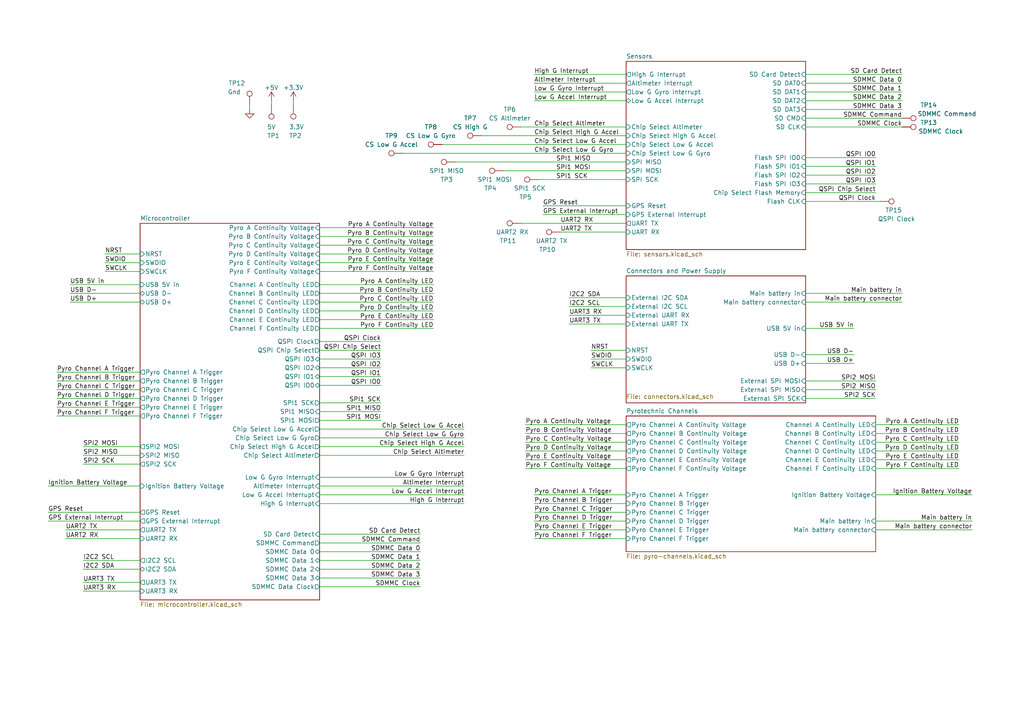
<source format=kicad_sch>
(kicad_sch (version 20230121) (generator eeschema)
  (paper "A4")
  (title_block (title "Main Schematic Sheet") (date "2023-09-24") (rev "2"))
  (lib_symbols
    (symbol "Connector:TestPoint" (pin_numbers hide) (pin_names (offset 0.762) hide)
      (property "Reference" "TP" (at 0 6.858 0))
      (property "Value" "TestPoint" (at 0 5.08 0))
      (symbol "TestPoint_0_1"
        (circle (center 0 3.302) (radius 0.762))
      )
      (symbol "TestPoint_1_1"
        (pin passive line (at 0 0 90) (length 2.54) (name "1") (number "1"))
      )
    )
    (symbol "power:+3.3V" (power) (pin_names (offset 0))
      (property "Value" "+3.3V" (at 0 3.556 0))
      (symbol "+3.3V_0_1"
        (polyline (pts (xy -0.762 1.27) (xy 0 2.54)))
        (polyline (pts (xy 0 0) (xy 0 2.54)))
        (polyline (pts (xy 0 2.54) (xy 0.762 1.27)))
      )
      (symbol "+3.3V_1_1"
        (pin power_in line (at 0 0 90) (length 0) hide (name "+3.3V") (number "1"))
      )
    )
    (symbol "power:+5V" (power) (pin_names (offset 0))
      (property "Value" "+5V" (at 0 3.556 0))
      (symbol "+5V_0_1"
        (polyline (pts (xy -0.762 1.27) (xy 0 2.54)))
        (polyline (pts (xy 0 0) (xy 0 2.54)))
        (polyline (pts (xy 0 2.54) (xy 0.762 1.27)))
      )
      (symbol "+5V_1_1"
        (pin power_in line (at 0 0 90) (length 0) hide (name "+5V") (number "1"))
      )
    )
    (symbol "power:GND" (power) (pin_names (offset 0))
      (property "Value" "GND" (at 0 -3.81 0))
      (symbol "GND_0_1"
        (polyline (pts (xy 0 0) (xy 0 -1.27) (xy 1.27 -1.27) (xy 0 -2.54) (xy -1.27 -1.27) (xy 0 -1.27)))
      )
      (symbol "GND_1_1"
        (pin power_in line (at 0 0 270) (length 0) hide (name "GND") (number "1"))
      )
    )
  )
  (wire (pts (xy 92.71 170.18) (xy 121.92 170.18)))
  (wire (pts (xy 92.71 132.08) (xy 134.62 132.08)))
  (wire (pts (xy 181.61 26.67) (xy 154.94 26.67)))
  (wire (pts (xy 116.84 44.45) (xy 181.61 44.45)))
  (wire (pts (xy 254 123.19) (xy 278.13 123.19)))
  (wire (pts (xy 92.71 162.56) (xy 121.92 162.56)))
  (wire (pts (xy 24.13 171.45) (xy 40.64 171.45)))
  (wire (pts (xy 254 135.89) (xy 278.13 135.89)))
  (wire (pts (xy 233.68 50.8) (xy 254 50.8)))
  (wire (pts (xy 233.68 105.41) (xy 247.65 105.41)))
  (wire (pts (xy 30.48 78.74) (xy 40.64 78.74)))
  (wire (pts (xy 40.64 82.55) (xy 20.32 82.55)))
  (wire (pts (xy 72.39 30.48) (xy 72.39 31.75)))
  (wire (pts (xy 92.71 73.66) (xy 125.73 73.66)))
  (wire (pts (xy 165.1 91.44) (xy 181.61 91.44)))
  (wire (pts (xy 233.68 115.57) (xy 254 115.57)))
  (wire (pts (xy 92.71 165.1) (xy 121.92 165.1)))
  (wire (pts (xy 20.32 87.63) (xy 40.64 87.63)))
  (wire (pts (xy 92.71 167.64) (xy 121.92 167.64)))
  (wire (pts (xy 254 151.13) (xy 281.94 151.13)))
  (wire (pts (xy 165.1 86.36) (xy 181.61 86.36)))
  (wire (pts (xy 16.51 120.65) (xy 40.64 120.65)))
  (wire (pts (xy 233.68 24.13) (xy 261.62 24.13)))
  (wire (pts (xy 156.21 52.07) (xy 181.61 52.07)))
  (wire (pts (xy 40.64 132.08) (xy 24.13 132.08)))
  (wire (pts (xy 30.48 76.2) (xy 40.64 76.2)))
  (wire (pts (xy 233.68 55.88) (xy 254 55.88)))
  (wire (pts (xy 16.51 110.49) (xy 40.64 110.49)))
  (wire (pts (xy 157.48 62.23) (xy 181.61 62.23)))
  (wire (pts (xy 181.61 135.89) (xy 152.4 135.89)))
  (wire (pts (xy 157.48 59.69) (xy 181.61 59.69)))
  (wire (pts (xy 24.13 168.91) (xy 40.64 168.91)))
  (wire (pts (xy 233.68 34.29) (xy 261.62 34.29)))
  (wire (pts (xy 146.05 49.53) (xy 181.61 49.53)))
  (wire (pts (xy 92.71 111.76) (xy 110.49 111.76)))
  (wire (pts (xy 233.68 95.25) (xy 247.65 95.25)))
  (wire (pts (xy 154.94 148.59) (xy 181.61 148.59)))
  (wire (pts (xy 154.94 156.21) (xy 181.61 156.21)))
  (wire (pts (xy 92.71 87.63) (xy 125.73 87.63)))
  (wire (pts (xy 233.68 110.49) (xy 254 110.49)))
  (wire (pts (xy 16.51 113.03) (xy 40.64 113.03)))
  (wire (pts (xy 30.48 73.66) (xy 40.64 73.66)))
  (wire (pts (xy 85.09 29.21) (xy 85.09 30.48)))
  (wire (pts (xy 92.71 106.68) (xy 110.49 106.68)))
  (wire (pts (xy 154.94 151.13) (xy 181.61 151.13)))
  (wire (pts (xy 132.08 46.99) (xy 181.61 46.99)))
  (wire (pts (xy 20.32 85.09) (xy 40.64 85.09)))
  (wire (pts (xy 181.61 128.27) (xy 152.4 128.27)))
  (wire (pts (xy 92.71 109.22) (xy 110.49 109.22)))
  (wire (pts (xy 19.05 153.67) (xy 40.64 153.67)))
  (wire (pts (xy 92.71 140.97) (xy 134.62 140.97)))
  (wire (pts (xy 154.94 143.51) (xy 181.61 143.51)))
  (wire (pts (xy 151.13 36.83) (xy 181.61 36.83)))
  (wire (pts (xy 181.61 101.6) (xy 171.45 101.6)))
  (wire (pts (xy 92.71 90.17) (xy 125.73 90.17)))
  (wire (pts (xy 233.68 21.59) (xy 261.62 21.59)))
  (wire (pts (xy 92.71 160.02) (xy 121.92 160.02)))
  (wire (pts (xy 233.68 102.87) (xy 247.65 102.87)))
  (wire (pts (xy 181.61 133.35) (xy 152.4 133.35)))
  (wire (pts (xy 92.71 119.38) (xy 110.49 119.38)))
  (wire (pts (xy 13.97 151.13) (xy 40.64 151.13)))
  (wire (pts (xy 165.1 93.98) (xy 181.61 93.98)))
  (wire (pts (xy 181.61 106.68) (xy 171.45 106.68)))
  (wire (pts (xy 233.68 87.63) (xy 261.62 87.63)))
  (wire (pts (xy 165.1 88.9) (xy 181.61 88.9)))
  (wire (pts (xy 92.71 78.74) (xy 125.73 78.74)))
  (wire (pts (xy 92.71 85.09) (xy 125.73 85.09)))
  (wire (pts (xy 19.05 156.21) (xy 40.64 156.21)))
  (wire (pts (xy 181.61 130.81) (xy 152.4 130.81)))
  (wire (pts (xy 13.97 148.59) (xy 40.64 148.59)))
  (wire (pts (xy 92.71 121.92) (xy 110.49 121.92)))
  (wire (pts (xy 78.74 29.21) (xy 78.74 30.48)))
  (wire (pts (xy 233.68 113.03) (xy 254 113.03)))
  (wire (pts (xy 233.68 58.42) (xy 255.27 58.42)))
  (wire (pts (xy 92.71 76.2) (xy 125.73 76.2)))
  (wire (pts (xy 92.71 68.58) (xy 125.73 68.58)))
  (wire (pts (xy 24.13 129.54) (xy 40.64 129.54)))
  (wire (pts (xy 92.71 143.51) (xy 134.62 143.51)))
  (wire (pts (xy 151.13 64.77) (xy 181.61 64.77)))
  (wire (pts (xy 92.71 138.43) (xy 134.62 138.43)))
  (wire (pts (xy 233.68 85.09) (xy 261.62 85.09)))
  (wire (pts (xy 92.71 129.54) (xy 134.62 129.54)))
  (wire (pts (xy 92.71 95.25) (xy 125.73 95.25)))
  (wire (pts (xy 24.13 134.62) (xy 40.64 134.62)))
  (wire (pts (xy 40.64 162.56) (xy 24.13 162.56)))
  (wire (pts (xy 181.61 29.21) (xy 154.94 29.21)))
  (wire (pts (xy 233.68 36.83) (xy 261.62 36.83)))
  (wire (pts (xy 154.94 24.13) (xy 181.61 24.13)))
  (wire (pts (xy 40.64 140.97) (xy 13.97 140.97)))
  (wire (pts (xy 254 128.27) (xy 278.13 128.27)))
  (wire (pts (xy 92.71 146.05) (xy 134.62 146.05)))
  (wire (pts (xy 233.68 31.75) (xy 261.62 31.75)))
  (wire (pts (xy 254 125.73) (xy 278.13 125.73)))
  (wire (pts (xy 121.92 157.48) (xy 92.71 157.48)))
  (wire (pts (xy 162.56 67.31) (xy 181.61 67.31)))
  (wire (pts (xy 92.71 92.71) (xy 125.73 92.71)))
  (wire (pts (xy 181.61 104.14) (xy 171.45 104.14)))
  (wire (pts (xy 254 153.67) (xy 281.94 153.67)))
  (wire (pts (xy 40.64 107.95) (xy 16.51 107.95)))
  (wire (pts (xy 233.68 26.67) (xy 261.62 26.67)))
  (wire (pts (xy 110.49 101.6) (xy 92.71 101.6)))
  (wire (pts (xy 121.92 154.94) (xy 92.71 154.94)))
  (wire (pts (xy 92.71 82.55) (xy 125.73 82.55)))
  (wire (pts (xy 92.71 71.12) (xy 125.73 71.12)))
  (wire (pts (xy 16.51 115.57) (xy 40.64 115.57)))
  (wire (pts (xy 233.68 45.72) (xy 254 45.72)))
  (wire (pts (xy 16.51 118.11) (xy 40.64 118.11)))
  (wire (pts (xy 154.94 21.59) (xy 181.61 21.59)))
  (wire (pts (xy 254 143.51) (xy 281.94 143.51)))
  (wire (pts (xy 139.7 39.37) (xy 181.61 39.37)))
  (wire (pts (xy 92.71 127) (xy 134.62 127)))
  (wire (pts (xy 92.71 116.84) (xy 110.49 116.84)))
  (wire (pts (xy 254 133.35) (xy 278.13 133.35)))
  (wire (pts (xy 233.68 53.34) (xy 254 53.34)))
  (wire (pts (xy 92.71 104.14) (xy 110.49 104.14)))
  (wire (pts (xy 181.61 125.73) (xy 152.4 125.73)))
  (wire (pts (xy 233.68 48.26) (xy 254 48.26)))
  (wire (pts (xy 233.68 29.21) (xy 261.62 29.21)))
  (wire (pts (xy 110.49 99.06) (xy 92.71 99.06)))
  (wire (pts (xy 92.71 66.04) (xy 125.73 66.04)))
  (wire (pts (xy 181.61 123.19) (xy 152.4 123.19)))
  (wire (pts (xy 128.27 41.91) (xy 181.61 41.91)))
  (wire (pts (xy 254 130.81) (xy 278.13 130.81)))
  (wire (pts (xy 40.64 165.1) (xy 24.13 165.1)))
  (wire (pts (xy 154.94 146.05) (xy 181.61 146.05)))
  (wire (pts (xy 92.71 124.46) (xy 134.62 124.46)))
  (wire (pts (xy 154.94 153.67) (xy 181.61 153.67)))
  (label "SPI1 SCK" (at 161.29 52.07 0))
  (label "Pyro A Continuity Voltage" (at 152.4 123.19 0))
  (label "UART2 RX" (at 19.05 156.21 0))
  (label "Pyro F Continuity Voltage" (at 125.73 78.74 180))
  (label "Ignition Battery Voltage" (at 13.97 140.97 0))
  (label "Pyro D Continuity Voltage" (at 125.73 73.66 180))
  (label "Ignition Battery Voltage" (at 281.94 143.51 180))
  (label "Pyro C Continuity LED" (at 125.73 87.63 180))
  (label "SPI2 SCK" (at 24.13 134.62 0))
  (label "SDMMC Command" (at 121.92 157.48 180))
  (label "Low G Accel Interrupt" (at 154.94 29.21 0))
  (label "USB D+" (at 247.65 105.41 180))
  (label "SDMMC Clock" (at 121.92 170.18 180))
  (label "USB D-" (at 20.32 85.09 0))
  (label "Chip Select High G Accel" (at 154.94 39.37 0))
  (label "SPI1 MOSI" (at 161.29 49.53 0))
  (label "Low G Accel Interrupt" (at 134.62 143.51 180))
  (label "SPI1 MISO" (at 161.29 46.99 0))
  (label "UART2 TX" (at 162.56 67.31 0))
  (label "Chip Select Low G Accel" (at 134.62 124.46 180))
  (label "Pyro B Continuity LED" (at 125.73 85.09 180))
  (label "QSPI IO3" (at 110.49 104.14 180))
  (label "SWCLK" (at 171.45 106.68 0))
  (label "QSPI IO1" (at 110.49 109.22 180))
  (label "Pyro F Continuity LED" (at 125.73 95.25 180))
  (label "Altimeter Interrupt" (at 134.62 140.97 180))
  (label "Pyro A Continuity LED" (at 278.13 123.19 180))
  (label "Pyro E Continuity LED" (at 125.73 92.71 180))
  (label "GPS External Interrupt" (at 13.97 151.13 0))
  (label "High G Interrupt" (at 154.94 21.59 0))
  (label "Low G Gyro Interrupt" (at 154.94 26.67 0))
  (label "Pyro Channel B Trigger" (at 154.94 146.05 0))
  (label "Pyro Channel E Trigger" (at 16.51 118.11 0))
  (label "UART2 TX" (at 19.05 153.67 0))
  (label "Pyro Channel C Trigger" (at 16.51 113.03 0))
  (label "SDMMC Command" (at 261.62 34.29 180))
  (label "SDMMC Data 2" (at 121.92 165.1 180))
  (label "Pyro E Continuity Voltage" (at 125.73 76.2 180))
  (label "I2C2 SDA" (at 24.13 165.1 0))
  (label "Pyro Channel F Trigger" (at 154.94 156.21 0))
  (label "High G Interrupt" (at 134.62 146.05 180))
  (label "Pyro Channel B Trigger" (at 16.51 110.49 0))
  (label "Pyro F Continuity LED" (at 278.13 135.89 180))
  (label "Altimeter Interrupt" (at 154.94 24.13 0))
  (label "SD Card Detect" (at 261.62 21.59 180))
  (label "SWDIO" (at 171.45 104.14 0))
  (label "UART3 TX" (at 165.1 93.98 0))
  (label "Pyro C Continuity Voltage" (at 125.73 71.12 180))
  (label "Chip Select Altimeter" (at 154.94 36.83 0))
  (label "SPI2 MOSI" (at 254 110.49 180))
  (label "Chip Select Altimeter" (at 134.62 132.08 180))
  (label "QSPI IO2" (at 254 50.8 180))
  (label "SPI2 SCK" (at 254 115.57 180))
  (label "GPS Reset" (at 157.48 59.69 0))
  (label "NRST" (at 30.48 73.66 0))
  (label "Low G Gyro Interrupt" (at 134.62 138.43 180))
  (label "SPI2 MISO" (at 254 113.03 180))
  (label "QSPI IO0" (at 254 45.72 180))
  (label "I2C2 SDA" (at 165.1 86.36 0))
  (label "SDMMC Data 0" (at 121.92 160.02 180))
  (label "SPI1 MISO" (at 110.49 119.38 180))
  (label "Pyro E Continuity Voltage" (at 152.4 133.35 0))
  (label "SDMMC Data 1" (at 121.92 162.56 180))
  (label "Chip Select Low G Gyro" (at 134.62 127 180))
  (label "Pyro E Continuity LED" (at 278.13 133.35 180))
  (label "Pyro D Continuity LED" (at 125.73 90.17 180))
  (label "Chip Select Low G Accel" (at 154.94 41.91 0))
  (label "Pyro D Continuity Voltage" (at 152.4 130.81 0))
  (label "Main battery connector" (at 281.94 153.67 180))
  (label "SPI1 MOSI" (at 110.49 121.92 180))
  (label "Pyro B Continuity Voltage" (at 152.4 125.73 0))
  (label "Pyro Channel E Trigger" (at 154.94 153.67 0))
  (label "QSPI Clock" (at 110.49 99.06 180))
  (label "QSPI Chip Select" (at 254 55.88 180))
  (label "UART3 RX" (at 24.13 171.45 0))
  (label "QSPI Clock" (at 254 58.42 180))
  (label "UART2 RX" (at 162.56 64.77 0))
  (label "GPS External Interrupt" (at 157.48 62.23 0))
  (label "Main battery in" (at 261.62 85.09 180))
  (label "NRST" (at 171.45 101.6 0))
  (label "QSPI Chip Select" (at 110.49 101.6 180))
  (label "GPS Reset" (at 13.97 148.59 0))
  (label "SDMMC Data 3" (at 261.62 31.75 180))
  (label "USB 5V in" (at 20.32 82.55 0))
  (label "Pyro A Continuity Voltage" (at 125.73 66.04 180))
  (label "Pyro Channel C Trigger" (at 154.94 148.59 0))
  (label "Main battery in" (at 281.94 151.13 180))
  (label "Pyro C Continuity LED" (at 278.13 128.27 180))
  (label "SDMMC Clock" (at 261.62 36.83 180))
  (label "UART3 RX" (at 165.1 91.44 0))
  (label "SPI2 MOSI" (at 24.13 129.54 0))
  (label "Pyro A Continuity LED" (at 125.73 82.55 180))
  (label "Pyro Channel A Trigger" (at 16.51 107.95 0))
  (label "SDMMC Data 1" (at 261.62 26.67 180))
  (label "Pyro F Continuity Voltage" (at 152.4 135.89 0))
  (label "Pyro B Continuity LED" (at 278.13 125.73 180))
  (label "Pyro Channel A Trigger" (at 154.94 143.51 0))
  (label "Pyro Channel D Trigger" (at 16.51 115.57 0))
  (label "Chip Select High G Accel" (at 134.62 129.54 180))
  (label "USB D-" (at 247.65 102.87 180))
  (label "I2C2 SCL" (at 165.1 88.9 0))
  (label "Pyro D Continuity LED" (at 278.13 130.81 180))
  (label "SPI2 MISO" (at 24.13 132.08 0))
  (label "QSPI IO2" (at 110.49 106.68 180))
  (label "Pyro Channel D Trigger" (at 154.94 151.13 0))
  (label "QSPI IO1" (at 254 48.26 180))
  (label "SDMMC Data 0" (at 261.62 24.13 180))
  (label "SWCLK" (at 30.48 78.74 0))
  (label "UART3 TX" (at 24.13 168.91 0))
  (label "SPI1 SCK" (at 110.49 116.84 180))
  (label "SWDIO" (at 30.48 76.2 0))
  (label "Chip Select Low G Gyro" (at 154.94 44.45 0))
  (label "Pyro B Continuity Voltage" (at 125.73 68.58 180))
  (label "Main battery connector" (at 261.62 87.63 180))
  (label "SDMMC Data 3" (at 121.92 167.64 180))
  (label "Pyro Channel F Trigger" (at 16.51 120.65 0))
  (label "Pyro C Continuity Voltage" (at 152.4 128.27 0))
  (label "QSPI IO3" (at 254 53.34 180))
  (label "QSPI IO0" (at 110.49 111.76 180))
  (label "SDMMC Data 2" (at 261.62 29.21 180))
  (label "I2C2 SCL" (at 24.13 162.56 0))
  (label "SD Card Detect" (at 121.92 154.94 180))
  (label "USB D+" (at 20.32 87.63 0))
  (label "USB 5V in" (at 247.65 95.25 180))
  (symbol (lib_id "Connector:TestPoint") (at 151.13 64.77 90) (unit 1)
    (property "Reference" "TP11" (at 147.32 69.85 90))
    (property "Value" "UART2 RX" (at 148.59 67.31 90))
    (property "Footprint" "TestPoint:TestPoint_Pad_D1.5mm" (effects hide))
  )
  (symbol (lib_id "Connector:TestPoint") (at 128.27 41.91 90) (unit 1)
    (property "Reference" "TP8" (at 124.968 36.83 90))
    (property "Value" "CS Low G Gyro" (at 124.968 39.37 90))
    (property "Footprint" "TestPoint:TestPoint_Pad_D1.5mm" (effects hide))
  )
  (symbol (lib_id "Connector:TestPoint") (at 78.74 30.48 180) (unit 1)
    (property "Reference" "TP1" (at 77.47 39.37 0) (effects (justify right)))
    (property "Value" "5V" (at 77.47 36.83 0) (effects (justify right)))
    (property "Footprint" "TestPoint:TestPoint_Pad_D1.5mm" (effects hide))
  )
  (symbol (lib_id "Connector:TestPoint") (at 255.27 58.42 270) (unit 1)
    (property "Reference" "TP15" (at 261.62 60.96 90) (effects (justify right)))
    (property "Value" "QSPI Clock" (at 265.43 63.5 90) (effects (justify right)))
    (property "Footprint" "TestPoint:TestPoint_Pad_D1.5mm" (effects hide))
  )
  (symbol (lib_id "Connector:TestPoint") (at 156.21 52.07 90) (unit 1)
    (property "Reference" "TP5" (at 152.4 57.15 90))
    (property "Value" "SPI1 SCK" (at 153.67 54.61 90))
    (property "Footprint" "TestPoint:TestPoint_Pad_D1.5mm" (effects hide))
  )
  (symbol (lib_id "Connector:TestPoint") (at 261.62 36.83 270) (unit 1)
    (property "Reference" "TP13" (at 271.78 35.56 90) (effects (justify right)))
    (property "Value" "SDMMC Clock" (at 279.4 38.1 90) (effects (justify right)))
    (property "Footprint" "TestPoint:TestPoint_Pad_D1.5mm" (effects hide))
  )
  (symbol (lib_id "power:GND") (at 72.39 31.75 0) (unit 1)
    (property "Reference" "#PWR0110" (effects hide))
    (property "Value" "GND" (effects hide))
  )
  (symbol (lib_id "Connector:TestPoint") (at 132.08 46.99 90) (unit 1)
    (property "Reference" "TP3" (at 129.54 52.07 90))
    (property "Value" "SPI1 MISO" (at 129.54 49.53 90))
    (property "Footprint" "TestPoint:TestPoint_Pad_D1.5mm" (effects hide))
  )
  (symbol (lib_id "Connector:TestPoint") (at 162.56 67.31 90) (unit 1)
    (property "Reference" "TP10" (at 158.75 72.39 90))
    (property "Value" "UART2 TX" (at 160.02 69.85 90))
    (property "Footprint" "TestPoint:TestPoint_Pad_D1.5mm" (effects hide))
  )
  (symbol (lib_id "Connector:TestPoint") (at 72.39 30.48 0) (unit 1)
    (property "Reference" "TP12" (at 71.12 24.13 0) (effects (justify right)))
    (property "Value" "Gnd" (at 69.85 26.67 0) (effects (justify right)))
    (property "Footprint" "TestPoint:TestPoint_Pad_D1.5mm" (effects hide))
  )
  (symbol (lib_id "power:+3.3V") (at 85.09 29.21 0) (unit 1)
    (property "Reference" "#PWR050" (effects hide))
    (property "Value" "+3.3V" (at 85.09 25.4 0))
  )
  (symbol (lib_id "Connector:TestPoint") (at 116.84 44.45 90) (unit 1)
    (property "Reference" "TP9" (at 113.538 39.37 90))
    (property "Value" "CS Low G Accel" (at 113.538 41.91 90))
    (property "Footprint" "TestPoint:TestPoint_Pad_D1.5mm" (effects hide))
  )
  (symbol (lib_id "Connector:TestPoint") (at 85.09 30.48 180) (unit 1)
    (property "Reference" "TP2" (at 83.82 39.37 0) (effects (justify right)))
    (property "Value" "3.3V" (at 83.82 36.83 0) (effects (justify right)))
    (property "Footprint" "TestPoint:TestPoint_Pad_D1.5mm" (effects hide))
  )
  (symbol (lib_id "power:+5V") (at 78.74 29.21 0) (unit 1)
    (property "Reference" "#PWR0109" (effects hide))
    (property "Value" "+5V" (at 78.74 25.4 0))
  )
  (symbol (lib_id "Connector:TestPoint") (at 151.13 36.83 90) (unit 1)
    (property "Reference" "TP6" (at 147.828 31.75 90))
    (property "Value" "CS Altimeter" (at 147.828 34.29 90))
    (property "Footprint" "TestPoint:TestPoint_Pad_D1.5mm" (effects hide))
  )
  (symbol (lib_id "Connector:TestPoint") (at 261.62 34.29 270) (unit 1)
    (property "Reference" "TP14" (at 271.78 30.48 90) (effects (justify right)))
    (property "Value" "SDMMC Command" (at 283.21 33.02 90) (effects (justify right)))
    (property "Footprint" "TestPoint:TestPoint_Pad_D1.5mm" (effects hide))
  )
  (symbol (lib_id "Connector:TestPoint") (at 139.7 39.37 90) (unit 1)
    (property "Reference" "TP7" (at 136.398 34.29 90))
    (property "Value" "CS High G" (at 136.398 36.83 90))
    (property "Footprint" "TestPoint:TestPoint_Pad_D1.5mm" (effects hide))
  )
  (symbol (lib_id "Connector:TestPoint") (at 146.05 49.53 90) (unit 1)
    (property "Reference" "TP4" (at 142.24 54.61 90))
    (property "Value" "SPI1 MOSI" (at 143.51 52.07 90))
    (property "Footprint" "TestPoint:TestPoint_Pad_D1.5mm" (effects hide))
  )
  (sheet (at 40.64 64.77) (size 52.07 109.22) (stroke (width 0.1524))
    (property "Sheetname" "Microcontroller" (at 40.64 64.0584 0) (effects (justify left bottom)))
    (property "Sheetfile" "microcontroller.kicad_sch" (at 40.64 174.5746 0) (effects (justify left top)))
    (pin "Pyro E Continuity Voltage" input (at 92.71 76.2 0))
    (pin "Pyro A Continuity Voltage" input (at 92.71 66.04 0))
    (pin "Pyro B Continuity Voltage" input (at 92.71 68.58 0))
    (pin "Pyro C Continuity Voltage" input (at 92.71 71.12 0))
    (pin "Pyro D Continuity Voltage" input (at 92.71 73.66 0))
    (pin "Pyro F Continuity Voltage" input (at 92.71 78.74 0))
    (pin "QSPI IO3" bidirectional (at 92.71 104.14 0))
    (pin "QSPI IO2" bidirectional (at 92.71 106.68 0))
    (pin "USB D-" bidirectional (at 40.64 85.09 180))
    (pin "USB D+" bidirectional (at 40.64 87.63 180))
    (pin "SDMMC Data 3" bidirectional (at 92.71 167.64 0))
    (pin "SDMMC Data 1" bidirectional (at 92.71 162.56 0))
    (pin "SDMMC Data 2" bidirectional (at 92.71 165.1 0))
    (pin "SDMMC Data 0" bidirectional (at 92.71 160.02 0))
    (pin "SDMMC Data Clock" output (at 92.71 170.18 0))
    (pin "SPI1 MISO" input (at 92.71 119.38 0))
    (pin "SPI1 SCK" output (at 92.71 116.84 0))
    (pin "Low G Gyro Interrupt" input (at 92.71 138.43 0))
    (pin "Pyro Channel A Trigger" output (at 40.64 107.95 180))
    (pin "Chip Select Low G Gyro" output (at 92.71 127 0))
    (pin "SPI1 MOSI" output (at 92.71 121.92 0))
    (pin "QSPI IO0" bidirectional (at 92.71 111.76 0))
    (pin "QSPI IO1" bidirectional (at 92.71 109.22 0))
    (pin "I2C2 SCL" output (at 40.64 162.56 180))
    (pin "I2C2 SDA" bidirectional (at 40.64 165.1 180))
    (pin "Altimeter Interrupt" input (at 92.71 140.97 0))
    (pin "Ignition Battery Voltage" input (at 40.64 140.97 180))
    (pin "USB 5V in" input (at 40.64 82.55 180))
    (pin "SWDIO" input (at 40.64 76.2 180))
    (pin "SWCLK" input (at 40.64 78.74 180))
    (pin "Pyro Channel B Trigger" output (at 40.64 110.49 180))
    (pin "Pyro Channel F Trigger" output (at 40.64 120.65 180))
    (pin "Pyro Channel C Trigger" output (at 40.64 113.03 180))
    (pin "Pyro Channel D Trigger" output (at 40.64 115.57 180))
    (pin "QSPI Clock" output (at 92.71 99.06 0))
    (pin "QSPI Chip Select" output (at 92.71 101.6 0))
    (pin "Pyro Channel E Trigger" output (at 40.64 118.11 180))
    (pin "Low G Accel Interrupt" input (at 92.71 143.51 0))
    (pin "High G Interrupt" input (at 92.71 146.05 0))
    (pin "NRST" input (at 40.64 73.66 180))
    (pin "SD Card Detect" input (at 92.71 154.94 0))
    (pin "GPS Reset" output (at 40.64 148.59 180))
    (pin "SDMMC Command" output (at 92.71 157.48 0))
    (pin "GPS External Interrupt" output (at 40.64 151.13 180))
    (pin "Chip Select Low G Accel" output (at 92.71 124.46 0))
    (pin "UART2 RX" input (at 40.64 156.21 180))
    (pin "UART2 TX" output (at 40.64 153.67 180))
    (pin "UART3 RX" input (at 40.64 171.45 180))
    (pin "UART3 TX" output (at 40.64 168.91 180))
    (pin "Chip Select High G Accel" output (at 92.71 129.54 0))
    (pin "Chip Select Altimeter" output (at 92.71 132.08 0))
    (pin "SPI2 SCK" output (at 40.64 134.62 180))
    (pin "SPI2 MISO" input (at 40.64 132.08 180))
    (pin "SPI2 MOSI" output (at 40.64 129.54 180))
    (pin "Channel D Continuity LED" output (at 92.71 90.17 0))
    (pin "Channel C Continuity LED" output (at 92.71 87.63 0))
    (pin "Channel E Continuity LED" output (at 92.71 92.71 0))
    (pin "Channel B Continuity LED" output (at 92.71 85.09 0))
    (pin "Channel A Continuity LED" output (at 92.71 82.55 0))
    (pin "Channel F Continuity LED" output (at 92.71 95.25 0))
  )
  (sheet (at 181.61 17.78) (size 52.07 54.61) (stroke (width 0.1524))
    (property "Sheetname" "Sensors" (at 181.61 17.0684 0) (effects (justify left bottom)))
    (property "Sheetfile" "sensors.kicad_sch" (at 181.61 72.9746 0) (effects (justify left top)))
    (pin "Chip Select Low G Accel" input (at 181.61 41.91 180))
    (pin "Chip Select Low G Gyro" input (at 181.61 44.45 180))
    (pin "SPI MISO" input (at 181.61 46.99 180))
    (pin "SPI MOSI" input (at 181.61 49.53 180))
    (pin "SPI SCK" input (at 181.61 52.07 180))
    (pin "UART RX" input (at 181.61 67.31 180))
    (pin "GPS External Interrupt" input (at 181.61 62.23 180))
    (pin "GPS Reset" input (at 181.61 59.69 180))
    (pin "UART TX" output (at 181.61 64.77 180))
    (pin "Altimeter Interrupt" output (at 181.61 24.13 180))
    (pin "SD DAT0" input (at 233.68 24.13 0))
    (pin "SD DAT1" input (at 233.68 26.67 0))
    (pin "SD CMD" input (at 233.68 34.29 0))
    (pin "SD CLK" input (at 233.68 36.83 0))
    (pin "SD DAT3" input (at 233.68 31.75 0))
    (pin "SD DAT2" input (at 233.68 29.21 0))
    (pin "Flash SPI IO2" input (at 233.68 50.8 0))
    (pin "Chip Select Flash Memory" input (at 233.68 55.88 0))
    (pin "Flash SPI IO1" input (at 233.68 48.26 0))
    (pin "Flash SPI IO3" input (at 233.68 53.34 0))
    (pin "Flash SPI IO0" input (at 233.68 45.72 0))
    (pin "Flash CLK" input (at 233.68 58.42 0))
    (pin "SD Card Detect" input (at 233.68 21.59 0))
    (pin "Chip Select Altimeter" input (at 181.61 36.83 180))
    (pin "High G Interrupt" output (at 181.61 21.59 180))
    (pin "Chip Select High G Accel" input (at 181.61 39.37 180))
    (pin "Low G Gyro Interrupt" output (at 181.61 26.67 180))
    (pin "Low G Accel Interrupt" bidirectional (at 181.61 29.21 180))
  )
  (sheet (at 181.61 120.65) (size 72.39 39.37) (stroke (width 0.1524))
    (property "Sheetname" "Pyrotechnic Channels" (at 181.61 119.9384 0) (effects (justify left bottom)))
    (property "Sheetfile" "pyro-channels.kicad_sch" (at 181.61 160.6046 0) (effects (justify left top)))
    (pin "Pyro Channel A Trigger" input (at 181.61 143.51 180))
    (pin "Pyro Channel E Trigger" input (at 181.61 153.67 180))
    (pin "Pyro Channel B Trigger" input (at 181.61 146.05 180))
    (pin "Pyro Channel C Trigger" input (at 181.61 148.59 180))
    (pin "Pyro Channel D Trigger" input (at 181.61 151.13 180))
    (pin "Pyro Channel F Trigger" input (at 181.61 156.21 180))
    (pin "Ignition Battery Voltage" input (at 254 143.51 0))
    (pin "Main battery connector" input (at 254 153.67 0))
    (pin "Main battery in" input (at 254 151.13 0))
    (pin "Pyro Channel D Continuity Voltage" output (at 181.61 130.81 180))
    (pin "Pyro Channel F Continuity Voltage" output (at 181.61 135.89 180))
    (pin "Pyro Channel C Continuity Voltage" output (at 181.61 128.27 180))
    (pin "Pyro Channel B Continuity Voltage" output (at 181.61 125.73 180))
    (pin "Pyro Channel E Continuity Voltage" output (at 181.61 133.35 180))
    (pin "Pyro Channel A Continuity Voltage" output (at 181.61 123.19 180))
    (pin "Channel A Continuity LED" input (at 254 123.19 0))
    (pin "Channel C Continuity LED" input (at 254 128.27 0))
    (pin "Channel B Continuity LED" input (at 254 125.73 0))
    (pin "Channel D Continuity LED" input (at 254 130.81 0))
    (pin "Channel E Continuity LED" input (at 254 133.35 0))
    (pin "Channel F Continuity LED" input (at 254 135.89 0))
  )
  (sheet (at 181.61 80.01) (size 52.07 36.83) (stroke (width 0.1524))
    (property "Sheetname" "Connectors and Power Supply" (at 181.61 79.2984 0) (effects (justify left bottom)))
    (property "Sheetfile" "connectors.kicad_sch" (at 181.61 114.3 0) (effects (justify left top)))
    (pin "External I2C SCL" input (at 181.61 88.9 180))
    (pin "External UART RX" input (at 181.61 91.44 180))
    (pin "External UART TX" input (at 181.61 93.98 180))
    (pin "External I2C SDA" input (at 181.61 86.36 180))
    (pin "USB D-" input (at 233.68 102.87 0))
    (pin "USB D+" input (at 233.68 105.41 0))
    (pin "NRST" input (at 181.61 101.6 180))
    (pin "SWDIO" input (at 181.61 104.14 180))
    (pin "SWCLK" input (at 181.61 106.68 180))
    (pin "USB 5V in" input (at 233.68 95.25 0))
    (pin "Main battery connector" input (at 233.68 87.63 0))
    (pin "Main battery in" input (at 233.68 85.09 0))
    (pin "External SPI MOSI" input (at 233.68 110.49 0))
    (pin "External SPI MISO" input (at 233.68 113.03 0))
    (pin "External SPI SCK" input (at 233.68 115.57 0))
  )
)
</source>
